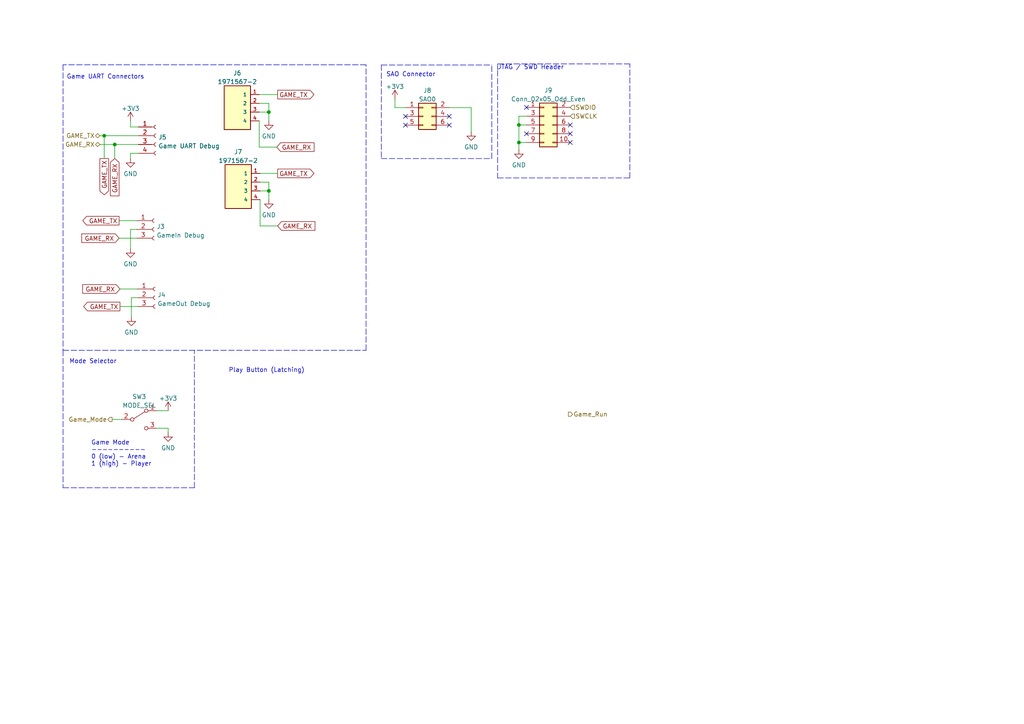
<source format=kicad_sch>
(kicad_sch (version 20211123) (generator eeschema)
  (paper "A4")
  (lib_symbols
    (symbol "Connector:Conn_01x03_Female" (pin_names (offset 1.016) hide)
      (property "Reference" "J" (at 0 5.08 0))
      (property "Value" "Conn_01x03_Female" (at 0 -5.08 0))
      (symbol "Conn_01x03_Female_1_1"
        (arc (start 0 -2.032) (mid -0.508 -2.54) (end 0 -3.048) (stroke (width 0.1524)))
        (polyline (pts (xy -1.27 -2.54) (xy -0.508 -2.54)) (stroke (width 0.1524)))
        (polyline (pts (xy -1.27 0) (xy -0.508 0)) (stroke (width 0.1524)))
        (polyline (pts (xy -1.27 2.54) (xy -0.508 2.54)) (stroke (width 0.1524)))
        (arc (start 0 0.508) (mid -0.508 0) (end 0 -0.508) (stroke (width 0.1524)))
        (arc (start 0 3.048) (mid -0.508 2.54) (end 0 2.032) (stroke (width 0.1524)))
        (pin passive line (at -5.08 2.54 0) (length 3.81) (name "Pin_1") (number "1"))
        (pin passive line (at -5.08 0 0) (length 3.81) (name "Pin_2") (number "2"))
        (pin passive line (at -5.08 -2.54 0) (length 3.81) (name "Pin_3") (number "3"))
      )
    )
    (symbol "Connector:Conn_01x04_Female" (pin_names (offset 1.016) hide)
      (property "Reference" "J" (at 0 5.08 0))
      (property "Value" "Conn_01x04_Female" (at 0 -7.62 0))
      (symbol "Conn_01x04_Female_1_1"
        (arc (start 0 -4.572) (mid -0.508 -5.08) (end 0 -5.588) (stroke (width 0.1524)))
        (arc (start 0 -2.032) (mid -0.508 -2.54) (end 0 -3.048) (stroke (width 0.1524)))
        (polyline (pts (xy -1.27 -5.08) (xy -0.508 -5.08)) (stroke (width 0.1524)))
        (polyline (pts (xy -1.27 -2.54) (xy -0.508 -2.54)) (stroke (width 0.1524)))
        (polyline (pts (xy -1.27 0) (xy -0.508 0)) (stroke (width 0.1524)))
        (polyline (pts (xy -1.27 2.54) (xy -0.508 2.54)) (stroke (width 0.1524)))
        (arc (start 0 0.508) (mid -0.508 0) (end 0 -0.508) (stroke (width 0.1524)))
        (arc (start 0 3.048) (mid -0.508 2.54) (end 0 2.032) (stroke (width 0.1524)))
        (pin passive line (at -5.08 2.54 0) (length 3.81) (name "Pin_1") (number "1"))
        (pin passive line (at -5.08 0 0) (length 3.81) (name "Pin_2") (number "2"))
        (pin passive line (at -5.08 -2.54 0) (length 3.81) (name "Pin_3") (number "3"))
        (pin passive line (at -5.08 -5.08 0) (length 3.81) (name "Pin_4") (number "4"))
      )
    )
    (symbol "Connector_Generic:Conn_02x03_Odd_Even" (pin_names (offset 1.016) hide)
      (property "Reference" "J" (at 1.27 5.08 0))
      (property "Value" "Conn_02x03_Odd_Even" (at 1.27 -5.08 0))
      (symbol "Conn_02x03_Odd_Even_1_1"
        (rectangle (start -1.27 -2.413) (end 0 -2.667) (stroke (width 0.1524)))
        (rectangle (start -1.27 0.127) (end 0 -0.127) (stroke (width 0.1524)))
        (rectangle (start -1.27 2.667) (end 0 2.413) (stroke (width 0.1524)))
        (rectangle (start -1.27 3.81) (end 3.81 -3.81) (stroke (width 0.254)) (fill (type background)))
        (rectangle (start 3.81 -2.413) (end 2.54 -2.667) (stroke (width 0.1524)))
        (rectangle (start 3.81 0.127) (end 2.54 -0.127) (stroke (width 0.1524)))
        (rectangle (start 3.81 2.667) (end 2.54 2.413) (stroke (width 0.1524)))
        (pin passive line (at -5.08 2.54 0) (length 3.81) (name "Pin_1") (number "1"))
        (pin passive line (at 7.62 2.54 180) (length 3.81) (name "Pin_2") (number "2"))
        (pin passive line (at -5.08 0 0) (length 3.81) (name "Pin_3") (number "3"))
        (pin passive line (at 7.62 0 180) (length 3.81) (name "Pin_4") (number "4"))
        (pin passive line (at -5.08 -2.54 0) (length 3.81) (name "Pin_5") (number "5"))
        (pin passive line (at 7.62 -2.54 180) (length 3.81) (name "Pin_6") (number "6"))
      )
    )
    (symbol "Connector_Generic:Conn_02x05_Odd_Even" (pin_names (offset 1.016) hide)
      (property "Reference" "J" (at 1.27 7.62 0))
      (property "Value" "Conn_02x05_Odd_Even" (at 1.27 -7.62 0))
      (symbol "Conn_02x05_Odd_Even_1_1"
        (rectangle (start -1.27 -4.953) (end 0 -5.207) (stroke (width 0.1524)))
        (rectangle (start -1.27 -2.413) (end 0 -2.667) (stroke (width 0.1524)))
        (rectangle (start -1.27 0.127) (end 0 -0.127) (stroke (width 0.1524)))
        (rectangle (start -1.27 2.667) (end 0 2.413) (stroke (width 0.1524)))
        (rectangle (start -1.27 5.207) (end 0 4.953) (stroke (width 0.1524)))
        (rectangle (start -1.27 6.35) (end 3.81 -6.35) (stroke (width 0.254)) (fill (type background)))
        (rectangle (start 3.81 -4.953) (end 2.54 -5.207) (stroke (width 0.1524)))
        (rectangle (start 3.81 -2.413) (end 2.54 -2.667) (stroke (width 0.1524)))
        (rectangle (start 3.81 0.127) (end 2.54 -0.127) (stroke (width 0.1524)))
        (rectangle (start 3.81 2.667) (end 2.54 2.413) (stroke (width 0.1524)))
        (rectangle (start 3.81 5.207) (end 2.54 4.953) (stroke (width 0.1524)))
        (pin passive line (at -5.08 5.08 0) (length 3.81) (name "Pin_1") (number "1"))
        (pin passive line (at 7.62 -5.08 180) (length 3.81) (name "Pin_10") (number "10"))
        (pin passive line (at 7.62 5.08 180) (length 3.81) (name "Pin_2") (number "2"))
        (pin passive line (at -5.08 2.54 0) (length 3.81) (name "Pin_3") (number "3"))
        (pin passive line (at 7.62 2.54 180) (length 3.81) (name "Pin_4") (number "4"))
        (pin passive line (at -5.08 0 0) (length 3.81) (name "Pin_5") (number "5"))
        (pin passive line (at 7.62 0 180) (length 3.81) (name "Pin_6") (number "6"))
        (pin passive line (at -5.08 -2.54 0) (length 3.81) (name "Pin_7") (number "7"))
        (pin passive line (at 7.62 -2.54 180) (length 3.81) (name "Pin_8") (number "8"))
        (pin passive line (at -5.08 -5.08 0) (length 3.81) (name "Pin_9") (number "9"))
      )
    )
    (symbol "Switch:SW_SPDT" (pin_names (offset 0) hide)
      (property "Reference" "SW" (at 0 4.318 0))
      (property "Value" "SW_SPDT" (at 0 -5.08 0))
      (symbol "SW_SPDT_0_0"
        (circle (center -2.032 0) (radius 0.508))
        (circle (center 2.032 -2.54) (radius 0.508))
      )
      (symbol "SW_SPDT_0_1"
        (polyline (pts (xy -1.524 0.254) (xy 1.651 2.286)))
        (circle (center 2.032 2.54) (radius 0.508))
      )
      (symbol "SW_SPDT_1_1"
        (pin passive line (at 5.08 2.54 180) (length 2.54) (name "A") (number "1"))
        (pin passive line (at -5.08 0 0) (length 2.54) (name "B") (number "2"))
        (pin passive line (at 5.08 -2.54 180) (length 2.54) (name "C") (number "3"))
      )
    )
    (symbol "badge_foo:1971567-2" (pin_names (offset 1.016))
      (property "Reference" "J" (at -7.62 5.08 0))
      (property "Value" "1971567-2" (at -7.62 -10.1854 0))
      (symbol "1971567-2_0_0"
        (rectangle (start -5.08 -7.62) (end 2.54 5.08) (stroke (width 0.254)) (fill (type background)))
        (pin passive line (at -7.62 2.54 0) (length 2.54) (name "1") (number "1"))
        (pin passive line (at -7.62 0 0) (length 2.54) (name "2") (number "2"))
        (pin passive line (at -7.62 -2.54 0) (length 2.54) (name "3") (number "3"))
        (pin passive line (at -7.62 -5.08 0) (length 2.54) (name "4") (number "4"))
      )
    )
    (symbol "power:+3.3V" (power) (pin_names (offset 0))
      (property "Value" "+3.3V" (at 0 3.556 0))
      (symbol "+3.3V_0_1"
        (polyline (pts (xy -0.762 1.27) (xy 0 2.54)))
        (polyline (pts (xy 0 0) (xy 0 2.54)))
        (polyline (pts (xy 0 2.54) (xy 0.762 1.27)))
      )
      (symbol "+3.3V_1_1"
        (pin power_in line (at 0 0 90) (length 0) hide (name "+3V3") (number "1"))
      )
    )
    (symbol "power:+3V3" (power) (pin_names (offset 0))
      (property "Value" "+3V3" (at 0 3.556 0))
      (symbol "+3V3_0_1"
        (polyline (pts (xy -0.762 1.27) (xy 0 2.54)))
        (polyline (pts (xy 0 0) (xy 0 2.54)))
        (polyline (pts (xy 0 2.54) (xy 0.762 1.27)))
      )
      (symbol "+3V3_1_1"
        (pin power_in line (at 0 0 90) (length 0) hide (name "+3V3") (number "1"))
      )
    )
    (symbol "power:GND" (power) (pin_names (offset 0))
      (property "Value" "GND" (at 0 -3.81 0))
      (symbol "GND_0_1"
        (polyline (pts (xy 0 0) (xy 0 -1.27) (xy 1.27 -1.27) (xy 0 -2.54) (xy -1.27 -1.27) (xy 0 -1.27)))
      )
      (symbol "GND_1_1"
        (pin power_in line (at 0 0 270) (length 0) hide (name "GND") (number "1"))
      )
    )
  )
  (junction (at 77.978 55.372))
  (junction (at 150.5021 41.3223))
  (junction (at 30.226 39.37))
  (junction (at 33.274 41.91))
  (junction (at 150.5021 36.2423))
  (junction (at 77.978 32.512))
  (no_connect (at 130.3063 33.754))
  (no_connect (at 152.6973 38.7823))
  (no_connect (at 165.3973 36.2423))
  (no_connect (at 117.6063 33.754))
  (no_connect (at 165.3973 41.3223))
  (no_connect (at 152.6973 31.1623))
  (no_connect (at 130.3063 36.294))
  (no_connect (at 117.6063 36.294))
  (no_connect (at 165.3973 38.7823))
  (wire (pts (xy 34.798 83.82) (xy 39.878 83.82)))
  (wire (pts (xy 38.1 91.948) (xy 38.1 86.36)))
  (wire (pts (xy 37.846 72.136) (xy 37.846 66.548)))
  (wire (pts (xy 34.544 69.088) (xy 39.624 69.088)))
  (wire (pts (xy 34.544 64.008) (xy 39.624 64.008)))
  (polyline (pts (xy 144.3382 18.5321) (xy 144.3382 20.496)))
  (wire (pts (xy 150.5021 33.7023) (xy 152.6973 33.7023)))
  (wire (pts (xy 48.768 125.476) (xy 48.768 124.206)))
  (polyline (pts (xy 56.388 141.478) (xy 56.388 101.6)))
  (wire (pts (xy 28.956 39.37) (xy 30.226 39.37)))
  (wire (pts (xy 30.226 39.37) (xy 30.226 45.974)))
  (wire (pts (xy 37.846 36.83) (xy 37.846 35.052)))
  (wire (pts (xy 114.554 31.214) (xy 117.6063 31.214)))
  (wire (pts (xy 77.978 32.512) (xy 75.184 32.512)))
  (wire (pts (xy 80.518 65.532) (xy 75.438 65.532)))
  (wire (pts (xy 37.846 45.974) (xy 37.846 44.45)))
  (wire (pts (xy 77.978 55.372) (xy 77.978 52.832)))
  (polyline (pts (xy 110.6086 45.9861) (xy 142.643 45.9861)))
  (polyline (pts (xy 18.288 101.6) (xy 18.288 141.478)))
  (wire (pts (xy 48.768 124.206) (xy 45.466 124.206)))
  (polyline (pts (xy 18.288 141.478) (xy 56.388 141.478)))
  (wire (pts (xy 114.554 28.702) (xy 114.554 31.214)))
  (wire (pts (xy 77.978 35.052) (xy 77.978 32.512)))
  (wire (pts (xy 38.1 86.36) (xy 39.878 86.36)))
  (wire (pts (xy 77.978 29.972) (xy 75.184 29.972)))
  (polyline (pts (xy 182.6785 18.5321) (xy 144.3382 18.5321)))
  (wire (pts (xy 150.5021 36.2423) (xy 150.5021 41.3223)))
  (polyline (pts (xy 142.643 45.9861) (xy 142.643 18.856)))
  (wire (pts (xy 150.5021 41.3223) (xy 150.5021 43.4244)))
  (wire (pts (xy 75.438 50.292) (xy 80.518 50.292)))
  (wire (pts (xy 152.6973 41.3223) (xy 150.5021 41.3223)))
  (wire (pts (xy 32.512 121.666) (xy 35.306 121.666)))
  (wire (pts (xy 150.5021 33.7023) (xy 150.5021 36.2423)))
  (wire (pts (xy 77.978 32.512) (xy 77.978 29.972)))
  (polyline (pts (xy 110.6086 18.8339) (xy 110.6086 45.9861)))
  (wire (pts (xy 75.438 55.372) (xy 77.978 55.372)))
  (wire (pts (xy 75.184 27.432) (xy 80.518 27.432)))
  (polyline (pts (xy 182.6785 51.6127) (xy 182.6785 18.5321)))
  (wire (pts (xy 37.846 66.548) (xy 39.624 66.548)))
  (polyline (pts (xy 144.3303 20.4284) (xy 144.3303 51.6127)))
  (wire (pts (xy 40.132 36.83) (xy 37.846 36.83)))
  (wire (pts (xy 37.846 44.45) (xy 40.132 44.45)))
  (polyline (pts (xy 18.288 101.6) (xy 106.172 101.6)))
  (wire (pts (xy 136.6673 31.214) (xy 136.6673 38.2037)))
  (polyline (pts (xy 106.172 101.6) (xy 106.172 18.796)))
  (wire (pts (xy 33.274 41.91) (xy 33.274 45.974)))
  (wire (pts (xy 77.978 52.832) (xy 75.438 52.832)))
  (wire (pts (xy 33.274 41.91) (xy 40.132 41.91)))
  (wire (pts (xy 75.438 65.532) (xy 75.438 57.912)))
  (polyline (pts (xy 106.172 18.796) (xy 18.288 18.796)))
  (polyline (pts (xy 18.288 18.796) (xy 18.288 101.6)))
  (polyline (pts (xy 110.6066 18.856) (xy 142.643 18.856)))
  (wire (pts (xy 80.264 42.672) (xy 75.184 42.672)))
  (wire (pts (xy 130.3063 31.214) (xy 136.6673 31.214)))
  (wire (pts (xy 34.798 88.9) (xy 39.878 88.9)))
  (wire (pts (xy 30.226 39.37) (xy 40.132 39.37)))
  (polyline (pts (xy 144.3303 51.6127) (xy 182.6785 51.6127)))
  (wire (pts (xy 75.184 42.672) (xy 75.184 35.052)))
  (wire (pts (xy 28.956 41.91) (xy 33.274 41.91)))
  (wire (pts (xy 77.978 57.912) (xy 77.978 55.372)))
  (wire (pts (xy 152.6973 36.2423) (xy 150.5021 36.2423)))
  (wire (pts (xy 45.466 119.126) (xy 48.768 119.126)))
  (text "Play Button (Latching)" (at 66.294 108.204 0) (effects (font (size 1.27 1.27)) (justify left bottom)))
  (text "Mode Selector" (at 20.066 105.664 0) (effects (font (size 1.27 1.27)) (justify left bottom)))
  (text "Game Mode\n----------\n0 (low) - Arena\n1 (high) - Player" (at 26.416 135.382 0) (effects (font (size 1.27 1.27)) (justify left bottom)))
  (text "SAO Connector" (at 112.0005 22.4337 0) (effects (font (size 1.27 1.27)) (justify left bottom)))
  (text "Game UART Connectors" (at 19.304 23.114 0) (effects (font (size 1.27 1.27)) (justify left bottom)))
  (text "JTAG / SWD Header" (at 144.3382 20.3804 0) (effects (font (size 1.27 1.27)) (justify left bottom)))
  (global_label "GAME_RX" (shape input) (at 80.518 65.532 0) (property "Intersheet References" "${INTERSHEET_REFS}" (effects hide)))
  (global_label "GAME_TX" (shape output) (at 34.798 88.9 180) (property "Intersheet References" "${INTERSHEET_REFS}" (effects hide)))
  (global_label "GAME_RX" (shape input) (at 34.544 69.088 180) (property "Intersheet References" "${INTERSHEET_REFS}" (effects hide)))
  (global_label "GAME_TX" (shape output) (at 34.544 64.008 180) (property "Intersheet References" "${INTERSHEET_REFS}" (effects hide)))
  (global_label "GAME_TX" (shape output) (at 80.518 27.432 0) (property "Intersheet References" "${INTERSHEET_REFS}" (effects hide)))
  (global_label "GAME_TX" (shape output) (at 30.226 45.974 270) (property "Intersheet References" "${INTERSHEET_REFS}" (effects hide)))
  (global_label "GAME_RX" (shape input) (at 80.264 42.672 0) (property "Intersheet References" "${INTERSHEET_REFS}" (effects hide)))
  (global_label "GAME_RX" (shape input) (at 33.274 45.974 270) (property "Intersheet References" "${INTERSHEET_REFS}" (effects hide)))
  (global_label "GAME_TX" (shape output) (at 80.518 50.292 0) (property "Intersheet References" "${INTERSHEET_REFS}" (effects hide)))
  (global_label "GAME_RX" (shape input) (at 34.798 83.82 180) (property "Intersheet References" "${INTERSHEET_REFS}" (effects hide)))
  (hierarchical_label "GAME_TX" (shape bidirectional) (at 28.956 39.37 180))
  (hierarchical_label "Game_Run" (shape output) (at 164.846 120.142 0))
  (hierarchical_label "GAME_RX" (shape bidirectional) (at 28.956 41.91 180))
  (hierarchical_label "SWCLK" (shape input) (at 165.3973 33.7023 0))
  (hierarchical_label "Game_Mode" (shape output) (at 32.512 121.666 180))
  (hierarchical_label "SWDIO" (shape input) (at 165.3973 31.1623 0))
  (symbol (lib_id "power:GND") (at 77.978 35.052 0) (unit 1)
    (property "Reference" "#PWR0135" (effects hide))
    (property "Value" "GND" (at 77.978 39.4954 0))
  )
  (symbol (lib_id "Connector_Generic:Conn_02x03_Odd_Even") (at 122.6863 33.754 0) (unit 1)
    (property "Reference" "J8" (at 123.9563 26.2442 0))
    (property "Value" "SAO0" (at 123.9563 28.7811 0))
    (property "Footprint" "Connector_PinSocket_2.54mm:PinSocket_2x03_P2.54mm_Vertical" (effects hide))
  )
  (symbol (lib_id "Connector_Generic:Conn_02x05_Odd_Even") (at 157.7773 36.2423 0) (unit 1)
    (property "Reference" "J9" (at 159.0473 26.1925 0))
    (property "Value" "Conn_02x05_Odd_Even" (at 159.0473 28.7294 0))
    (property "Footprint" "Connector_PinHeader_1.00mm:PinHeader_2x05_P1.00mm_Vertical" (effects hide))
  )
  (symbol (lib_id "power:+3.3V") (at 114.554 28.702 0) (unit 1)
    (property "Reference" "#PWR0130" (effects hide))
    (property "Value" "+3.3V" (at 114.554 25.1262 0))
  )
  (symbol (lib_id "Connector:Conn_01x04_Female") (at 45.212 39.37 0) (unit 1)
    (property "Reference" "J5" (at 45.9232 39.8053 0) (effects (justify left)))
    (property "Value" "Game UART Debug" (at 45.9232 42.3422 0) (effects (justify left)))
    (property "Footprint" "Connector_PinHeader_2.54mm:PinHeader_1x04_P2.54mm_Vertical" (effects hide))
  )
  (symbol (lib_id "power:GND") (at 48.768 125.476 0) (unit 1)
    (property "Reference" "#PWR02" (effects hide))
    (property "Value" "GND" (at 48.768 129.9194 0))
  )
  (symbol (lib_id "power:+3.3V") (at 37.846 35.052 0) (unit 1)
    (property "Reference" "#PWR0134" (effects hide))
    (property "Value" "+3.3V" (at 37.846 31.4762 0))
  )
  (symbol (lib_id "power:+3V3") (at 48.768 119.126 0) (unit 1)
    (property "Reference" "#PWR01" (effects hide))
    (property "Value" "+3V3" (at 48.768 115.5502 0))
  )
  (symbol (lib_id "Connector:Conn_01x03_Female") (at 44.958 86.36 0) (unit 1)
    (property "Reference" "J4" (at 45.6692 85.5253 0) (effects (justify left)))
    (property "Value" "GameOut Debug" (at 45.6692 88.0622 0) (effects (justify left)))
    (property "Footprint" "Connector_PinHeader_2.54mm:PinHeader_1x03_P2.54mm_Vertical" (effects hide))
  )
  (symbol (lib_id "power:GND") (at 136.6673 38.2037 0) (unit 1)
    (property "Reference" "#PWR0131" (effects hide))
    (property "Value" "GND" (at 136.6673 42.6471 0))
  )
  (symbol (lib_id "power:GND") (at 77.978 57.912 0) (unit 1)
    (property "Reference" "#PWR0137" (effects hide))
    (property "Value" "GND" (at 77.978 62.3554 0))
  )
  (symbol (lib_id "power:GND") (at 38.1 91.948 0) (unit 1)
    (property "Reference" "#PWR0136" (effects hide))
    (property "Value" "GND" (at 38.1 96.3914 0))
  )
  (symbol (lib_id "Connector:Conn_01x03_Female") (at 44.704 66.548 0) (unit 1)
    (property "Reference" "J3" (at 45.4152 65.7133 0) (effects (justify left)))
    (property "Value" "GameIn Debug" (at 45.4152 68.2502 0) (effects (justify left)))
    (property "Footprint" "Connector_PinHeader_2.54mm:PinHeader_1x03_P2.54mm_Vertical" (effects hide))
  )
  (symbol (lib_id "badge_foo:1971567-2") (at 67.564 29.972 0) (mirror y) (unit 1)
    (property "Reference" "J6" (at 68.834 21.1922 0))
    (property "Value" "1971567-2" (at 68.834 23.7291 0))
    (property "Footprint" "TE_1971567-2" (effects hide))
    (property "DATASHEET" "http://www.te.com/commerce/DocumentDelivery/DDEController?Action=showdoc&DocId=Customer+Drawing%7F1971567%7FE%7Fpdf%7FEnglish%7FENG_CD_1971567_E.pdf%7F1971567-2" (effects hide))
    (property "PARTREV" "E" (effects hide))
    (property "STANDARD" "Manufacturer Recommendations" (effects hide))
    (property "MANUFACTURER" "TE CONNECTIVITY" (effects hide))
  )
  (symbol (lib_id "Switch:SW_SPDT") (at 40.386 121.666 0) (unit 1)
    (property "Reference" "SW3" (at 40.386 115.0452 0))
    (property "Value" "MODE_SEL" (at 40.386 117.5821 0))
    (property "Footprint" "Button_Switch_SMD:SW_SPDT_CK-JS102011SAQN" (effects hide))
  )
  (symbol (lib_id "power:GND") (at 37.846 45.974 0) (unit 1)
    (property "Reference" "#PWR0138" (effects hide))
    (property "Value" "GND" (at 37.846 50.4174 0))
  )
  (symbol (lib_id "power:GND") (at 150.5021 43.4244 0) (unit 1)
    (property "Reference" "#PWR0132" (effects hide))
    (property "Value" "GND" (at 150.5021 47.8678 0))
  )
  (symbol (lib_id "badge_foo:1971567-2") (at 67.818 52.832 0) (mirror y) (unit 1)
    (property "Reference" "J7" (at 69.088 44.0522 0))
    (property "Value" "1971567-2" (at 69.088 46.5891 0))
    (property "Footprint" "TE_1971567-2" (effects hide))
    (property "DATASHEET" "http://www.te.com/commerce/DocumentDelivery/DDEController?Action=showdoc&DocId=Customer+Drawing%7F1971567%7FE%7Fpdf%7FEnglish%7FENG_CD_1971567_E.pdf%7F1971567-2" (effects hide))
    (property "PARTREV" "E" (effects hide))
    (property "STANDARD" "Manufacturer Recommendations" (effects hide))
    (property "MANUFACTURER" "TE CONNECTIVITY" (effects hide))
  )
  (symbol (lib_id "power:GND") (at 37.846 72.136 0) (unit 1)
    (property "Reference" "#PWR0133" (effects hide))
    (property "Value" "GND" (at 37.846 76.5794 0))
  )
)
</source>
